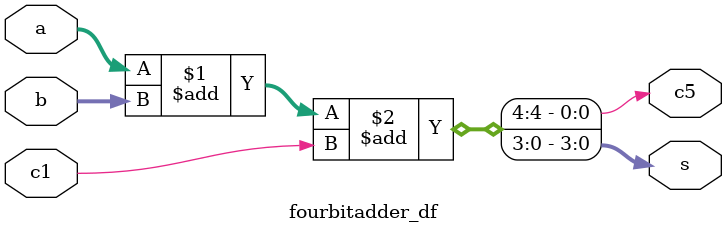
<source format=v>

module fourbitadder_df( a,b,c1,s,c5);
input [3:0]a,b;
input c1;
output [3:0]s;
output c5;
assign {c5,s}=a+b+c1;
endmodule

</source>
